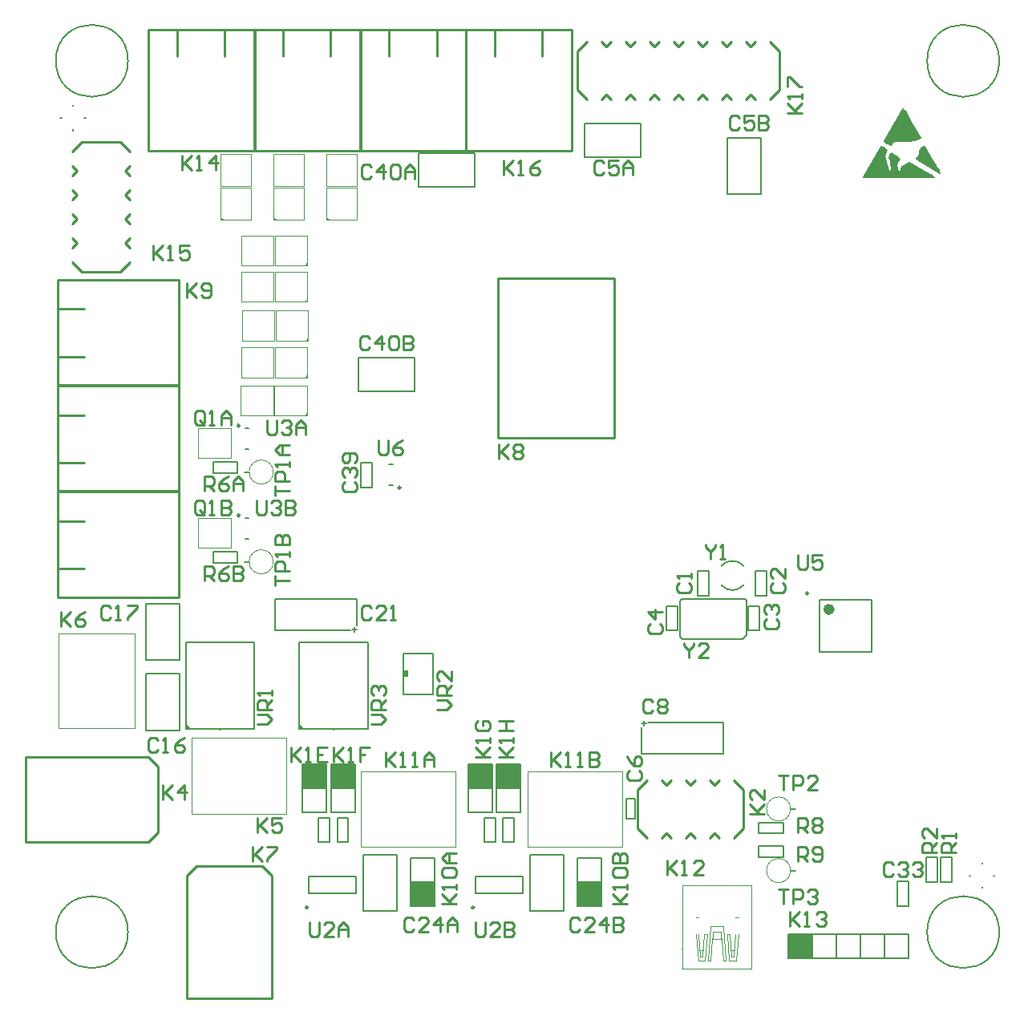
<source format=gto>
%FSLAX24Y24*%
%MOIN*%
G70*
G01*
G75*
%ADD10O,0.0709X0.0118*%
%ADD11O,0.0118X0.0709*%
%ADD12R,0.0571X0.0787*%
%ADD13R,0.0571X0.0354*%
%ADD14R,0.0315X0.0591*%
%ADD15R,0.0500X0.0360*%
%ADD16R,0.0360X0.0360*%
%ADD17R,0.0360X0.0500*%
%ADD18R,0.0360X0.0360*%
%ADD19R,0.0200X0.0500*%
%ADD20O,0.0394X0.1220*%
%ADD21R,0.0394X0.1220*%
%ADD22R,0.0200X0.0250*%
%ADD23R,0.0300X0.0300*%
%ADD24R,0.0236X0.0165*%
%ADD25R,0.0600X0.1000*%
%ADD26R,0.1000X0.0600*%
%ADD27R,0.0197X0.0906*%
%ADD28R,0.0787X0.0787*%
%ADD29R,0.0787X0.0984*%
%ADD30C,0.0500*%
%ADD31R,0.1181X0.0866*%
%ADD32R,0.0300X0.0300*%
%ADD33R,0.0866X0.1181*%
%ADD34O,0.0236X0.0866*%
%ADD35R,0.0590X0.0790*%
%ADD36R,0.1500X0.0790*%
%ADD37O,0.1220X0.0394*%
%ADD38R,0.1220X0.0394*%
%ADD39R,0.0787X0.0512*%
G04:AMPARAMS|DCode=40|XSize=78.7mil|YSize=51.2mil|CornerRadius=12.8mil|HoleSize=0mil|Usage=FLASHONLY|Rotation=180.000|XOffset=0mil|YOffset=0mil|HoleType=Round|Shape=RoundedRectangle|*
%AMROUNDEDRECTD40*
21,1,0.0787,0.0256,0,0,180.0*
21,1,0.0532,0.0512,0,0,180.0*
1,1,0.0256,-0.0266,0.0128*
1,1,0.0256,0.0266,0.0128*
1,1,0.0256,0.0266,-0.0128*
1,1,0.0256,-0.0266,-0.0128*
%
%ADD40ROUNDEDRECTD40*%
%ADD41C,0.0400*%
%ADD42C,0.0100*%
%ADD43C,0.0150*%
%ADD44C,0.0120*%
%ADD45C,0.0800*%
%ADD46C,0.1000*%
%ADD47C,0.0200*%
%ADD48C,0.0300*%
%ADD49C,0.0700*%
%ADD50C,0.0500*%
%ADD51C,0.0250*%
%ADD52C,0.0600*%
%ADD53R,0.4331X0.2953*%
%ADD54R,0.2362X0.2165*%
%ADD55R,0.3740X0.2953*%
%ADD56R,0.1378X0.0984*%
%ADD57R,0.5315X0.1378*%
%ADD58R,0.0591X0.0787*%
%ADD59R,0.0800X0.0800*%
%ADD60R,0.2510X0.3090*%
%ADD61R,0.0700X0.0700*%
%ADD62C,0.0700*%
%ADD63C,0.0591*%
%ADD64C,0.0900*%
%ADD65C,0.0354*%
%ADD66C,0.1000*%
%ADD67R,0.0700X0.0700*%
%ADD68C,0.0600*%
%ADD69C,0.2500*%
%ADD70C,0.0757*%
%ADD71C,0.0512*%
%ADD72C,0.0276*%
%ADD73R,0.0433X0.0492*%
%ADD74O,0.0800X0.0240*%
%ADD75R,0.0800X0.0240*%
%ADD76O,0.0240X0.0800*%
%ADD77R,0.0240X0.0800*%
%ADD78O,0.0827X0.0177*%
%ADD79O,0.0500X0.1000*%
%ADD80R,0.0500X0.1000*%
%ADD81O,0.1000X0.0500*%
%ADD82R,0.1000X0.0500*%
%ADD83R,0.0400X0.0500*%
%ADD84R,0.0500X0.0400*%
%ADD85R,0.0492X0.0433*%
%ADD86R,0.1280X0.1280*%
G04:AMPARAMS|DCode=87|XSize=9.8mil|YSize=35.4mil|CornerRadius=2.5mil|HoleSize=0mil|Usage=FLASHONLY|Rotation=0.000|XOffset=0mil|YOffset=0mil|HoleType=Round|Shape=RoundedRectangle|*
%AMROUNDEDRECTD87*
21,1,0.0098,0.0305,0,0,0.0*
21,1,0.0049,0.0354,0,0,0.0*
1,1,0.0049,0.0025,-0.0153*
1,1,0.0049,-0.0025,-0.0153*
1,1,0.0049,-0.0025,0.0153*
1,1,0.0049,0.0025,0.0153*
%
%ADD87ROUNDEDRECTD87*%
%ADD88R,0.0098X0.0354*%
%ADD89R,0.0354X0.0098*%
%ADD90R,0.0157X0.1575*%
%ADD91O,0.0157X0.1575*%
%ADD92R,0.0906X0.0906*%
%ADD93R,0.0906X0.0906*%
%ADD94R,0.0250X0.0200*%
%ADD95R,0.0157X0.0276*%
%ADD96O,0.0157X0.0276*%
%ADD97R,0.2362X0.3543*%
%ADD98R,0.5315X0.1575*%
%ADD99C,0.0040*%
%ADD100C,0.0098*%
%ADD101C,0.0236*%
%ADD102C,0.0050*%
%ADD103C,0.0079*%
%ADD104C,0.0060*%
%ADD105C,0.0080*%
%ADD106C,0.0059*%
%ADD107R,0.0197X0.0300*%
%ADD108R,0.0996X0.1000*%
%ADD109R,0.1000X0.0996*%
D42*
X18445Y28740D02*
X23287D01*
X18445Y22126D02*
X23287D01*
X18445D02*
Y28740D01*
X23287Y22126D02*
Y28740D01*
X8307Y34055D02*
Y39094D01*
X3937Y34055D02*
Y39094D01*
X5118Y37992D02*
Y39094D01*
X7087Y37992D02*
Y39094D01*
X3937D02*
X8307D01*
X3937Y34055D02*
X8307D01*
X8346D02*
X12717D01*
X8346Y39094D02*
X12717D01*
X11496Y37992D02*
Y39094D01*
X9528Y37992D02*
Y39094D01*
X8346Y34055D02*
Y39094D01*
X12717Y34055D02*
Y39094D01*
X17126Y34055D02*
Y39094D01*
X12756Y34055D02*
Y39094D01*
X13937Y37992D02*
Y39094D01*
X15906Y37992D02*
Y39094D01*
X12756D02*
X17126D01*
X12756Y34055D02*
X17126D01*
X12717D02*
Y39094D01*
X17126Y34055D02*
Y39094D01*
X18307Y37992D02*
Y39094D01*
X20276Y37992D02*
Y39094D01*
X17126D02*
X21496D01*
X17126Y34055D02*
X21496D01*
X21535D02*
Y39094D01*
X24253Y5893D02*
Y7493D01*
X27453Y7693D02*
X27653Y7893D01*
X27253D02*
X27453Y7693D01*
X28253Y7893D02*
X28453Y7693D01*
X28653Y7493D01*
X26253Y7893D02*
X26453Y7693D01*
X26653Y7893D01*
X25253D02*
X25453Y7693D01*
X25653Y7893D01*
X24453Y7693D02*
X24653Y7893D01*
X24253Y7493D02*
X24453Y7693D01*
X27453Y5693D02*
X27653Y5493D01*
X27253D02*
X27453Y5693D01*
X28253Y5493D02*
X28453Y5693D01*
X28653Y5893D02*
Y7493D01*
X28453Y5693D02*
X28653Y5893D01*
X26253Y5493D02*
X26453Y5693D01*
X26653Y5493D01*
X25253D02*
X25453Y5693D01*
X25653Y5493D01*
X24253Y5893D02*
X24653Y5493D01*
X3937Y8858D02*
X4331Y8465D01*
X3937Y5315D02*
X4331Y5709D01*
X-1181Y8858D02*
X3937D01*
X4331Y5709D02*
Y8465D01*
X-1181Y5315D02*
X3937D01*
X-1181D02*
Y8858D01*
X5512Y3937D02*
X5906Y4331D01*
X8661D02*
X9055Y3937D01*
X5512Y-1181D02*
Y3937D01*
X5906Y4331D02*
X8661D01*
X9055Y-1181D02*
Y3937D01*
X5512Y-1181D02*
X9055D01*
X29741Y38602D02*
X30141Y38202D01*
X28741Y38602D02*
X28941Y38402D01*
X29141Y38602D01*
X27741D02*
X27941Y38402D01*
X28141Y38602D01*
X26741D02*
X26941Y38402D01*
X27141Y38602D01*
X25741D02*
X25941Y38402D01*
X26141Y38602D01*
X24741D02*
X24941Y38402D01*
X25141Y38602D01*
X23741D02*
X23941Y38402D01*
X24141Y38602D01*
X21741Y38202D02*
X21941Y38402D01*
X21741Y36602D02*
Y38202D01*
X21941Y38402D02*
X22141Y38602D01*
X22941Y38402D02*
X23141Y38602D01*
X22741D02*
X22941Y38402D01*
X29941Y36402D02*
X30141Y36602D01*
X29741Y36202D02*
X29941Y36402D01*
X28741Y36202D02*
X28941Y36402D01*
X29141Y36202D01*
X27741D02*
X27941Y36402D01*
X28141Y36202D01*
X26741D02*
X26941Y36402D01*
X27141Y36202D01*
X25741D02*
X25941Y36402D01*
X26141Y36202D01*
X24741D02*
X24941Y36402D01*
X25141Y36202D01*
X23741D02*
X23941Y36402D01*
X24141Y36202D01*
X21741Y36602D02*
X21941Y36402D01*
X22141Y36202D01*
X22941Y36402D02*
X23141Y36202D01*
X22741D02*
X22941Y36402D01*
X30141Y36602D02*
Y38202D01*
X768Y34024D02*
X1169Y34424D01*
X768Y33024D02*
X969Y33224D01*
X768Y33424D02*
X969Y33224D01*
X768Y32024D02*
X969Y32224D01*
X768Y32424D02*
X969Y32224D01*
X768Y31024D02*
X969Y31224D01*
X768Y31424D02*
X969Y31224D01*
Y29224D02*
X1169Y29024D01*
X2768D01*
X768Y29424D02*
X969Y29224D01*
X768Y30424D02*
X969Y30224D01*
X768Y30024D02*
X969Y30224D01*
X2768Y34424D02*
X2968Y34224D01*
X3169Y34024D01*
X2968Y33224D02*
X3169Y33024D01*
X2968Y33224D02*
X3169Y33424D01*
X2968Y32224D02*
X3169Y32024D01*
X2968Y32224D02*
X3169Y32424D01*
X2968Y31224D02*
X3169Y31024D01*
X2968Y31224D02*
X3169Y31424D01*
X2768Y29024D02*
X2968Y29224D01*
X3169Y29424D01*
X2968Y30224D02*
X3169Y30424D01*
X2968Y30224D02*
X3169Y30024D01*
X1169Y34424D02*
X2768D01*
X150Y19874D02*
X5189D01*
X150Y15504D02*
X5189D01*
X150Y16685D02*
X1252D01*
X150Y18654D02*
X1252D01*
X150Y15504D02*
Y19874D01*
X5189Y15504D02*
Y19874D01*
Y19914D02*
Y24284D01*
X150Y19914D02*
Y24284D01*
Y23063D02*
X1252D01*
X150Y21095D02*
X1252D01*
X150Y19914D02*
X5189D01*
X150Y24284D02*
X5189D01*
X150Y28693D02*
X5189D01*
X150Y24323D02*
X5189D01*
X150Y25504D02*
X1252D01*
X150Y27473D02*
X1252D01*
X150Y24323D02*
Y28693D01*
X5189Y24323D02*
Y28693D01*
X150Y24284D02*
X5189D01*
X8417Y19536D02*
Y19036D01*
X8517Y18936D01*
X8717D01*
X8817Y19036D01*
Y19536D01*
X9017Y19436D02*
X9117Y19536D01*
X9317D01*
X9417Y19436D01*
Y19336D01*
X9317Y19236D01*
X9217D01*
X9317D01*
X9417Y19136D01*
Y19036D01*
X9317Y18936D01*
X9117D01*
X9017Y19036D01*
X9617Y19536D02*
Y18936D01*
X9917D01*
X10017Y19036D01*
Y19136D01*
X9917Y19236D01*
X9617D01*
X9917D01*
X10017Y19336D01*
Y19436D01*
X9917Y19536D01*
X9617D01*
X9195Y15984D02*
Y16383D01*
Y16184D01*
X9795D01*
Y16583D02*
X9195D01*
Y16883D01*
X9295Y16983D01*
X9495D01*
X9595Y16883D01*
Y16583D01*
X9795Y17183D02*
Y17383D01*
Y17283D01*
X9195D01*
X9295Y17183D01*
X9195Y17683D02*
X9795D01*
Y17983D01*
X9695Y18083D01*
X9595D01*
X9495Y17983D01*
Y17683D01*
Y17983D01*
X9395Y18083D01*
X9295D01*
X9195Y17983D01*
Y17683D01*
X6252Y16180D02*
Y16780D01*
X6552D01*
X6652Y16680D01*
Y16480D01*
X6552Y16380D01*
X6252D01*
X6452D02*
X6652Y16180D01*
X7252Y16780D02*
X7052Y16680D01*
X6852Y16480D01*
Y16280D01*
X6952Y16180D01*
X7152D01*
X7252Y16280D01*
Y16380D01*
X7152Y16480D01*
X6852D01*
X7452Y16780D02*
Y16180D01*
X7751D01*
X7851Y16280D01*
Y16380D01*
X7751Y16480D01*
X7452D01*
X7751D01*
X7851Y16580D01*
Y16680D01*
X7751Y16780D01*
X7452D01*
X6258Y19036D02*
Y19436D01*
X6158Y19536D01*
X5958D01*
X5858Y19436D01*
Y19036D01*
X5958Y18936D01*
X6158D01*
X6058Y19136D02*
X6258Y18936D01*
X6158D02*
X6258Y19036D01*
X6458Y18936D02*
X6658D01*
X6558D01*
Y19536D01*
X6458Y19436D01*
X6958Y19536D02*
Y18936D01*
X7258D01*
X7358Y19036D01*
Y19136D01*
X7258Y19236D01*
X6958D01*
X7258D01*
X7358Y19336D01*
Y19436D01*
X7258Y19536D01*
X6958D01*
X26200Y13600D02*
Y13500D01*
X26400Y13300D01*
X26600Y13500D01*
Y13600D01*
X26400Y13300D02*
Y13000D01*
X27200D02*
X26800D01*
X27200Y13400D01*
Y13500D01*
X27100Y13600D01*
X26900D01*
X26800Y13500D01*
X27080Y17700D02*
Y17600D01*
X27280Y17400D01*
X27480Y17600D01*
Y17700D01*
X27280Y17400D02*
Y17100D01*
X27680D02*
X27880D01*
X27780D01*
Y17700D01*
X27680Y17600D01*
X13180Y10236D02*
X13580D01*
X13780Y10436D01*
X13580Y10636D01*
X13180D01*
X13780Y10836D02*
X13180D01*
Y11136D01*
X13280Y11236D01*
X13480D01*
X13580Y11136D01*
Y10836D01*
Y11036D02*
X13780Y11236D01*
X13280Y11436D02*
X13180Y11536D01*
Y11736D01*
X13280Y11836D01*
X13380D01*
X13480Y11736D01*
Y11636D01*
Y11736D01*
X13580Y11836D01*
X13680D01*
X13780Y11736D01*
Y11536D01*
X13680Y11436D01*
X15936Y10827D02*
X16336D01*
X16535Y11027D01*
X16336Y11227D01*
X15936D01*
X16535Y11427D02*
X15936D01*
Y11726D01*
X16036Y11826D01*
X16236D01*
X16336Y11726D01*
Y11427D01*
Y11627D02*
X16535Y11826D01*
Y12426D02*
Y12026D01*
X16136Y12426D01*
X16036D01*
X15936Y12326D01*
Y12126D01*
X16036Y12026D01*
X8455Y10236D02*
X8855D01*
X9055Y10436D01*
X8855Y10636D01*
X8455D01*
X9055Y10836D02*
X8455D01*
Y11136D01*
X8555Y11236D01*
X8755D01*
X8855Y11136D01*
Y10836D01*
Y11036D02*
X9055Y11236D01*
Y11436D02*
Y11636D01*
Y11536D01*
X8455D01*
X8555Y11436D01*
X13492Y22031D02*
Y21532D01*
X13592Y21432D01*
X13792D01*
X13892Y21532D01*
Y22031D01*
X14492D02*
X14292Y21931D01*
X14092Y21731D01*
Y21532D01*
X14192Y21432D01*
X14392D01*
X14492Y21532D01*
Y21632D01*
X14392Y21731D01*
X14092D01*
X30935Y17265D02*
Y16765D01*
X31035Y16665D01*
X31235D01*
X31335Y16765D01*
Y17265D01*
X31935D02*
X31535D01*
Y16965D01*
X31735Y17065D01*
X31835D01*
X31935Y16965D01*
Y16765D01*
X31835Y16665D01*
X31635D01*
X31535Y16765D01*
X8858Y22844D02*
Y22344D01*
X8958Y22244D01*
X9158D01*
X9258Y22344D01*
Y22844D01*
X9458Y22744D02*
X9558Y22844D01*
X9758D01*
X9858Y22744D01*
Y22644D01*
X9758Y22544D01*
X9658D01*
X9758D01*
X9858Y22444D01*
Y22344D01*
X9758Y22244D01*
X9558D01*
X9458Y22344D01*
X10058Y22244D02*
Y22644D01*
X10258Y22844D01*
X10458Y22644D01*
Y22244D01*
Y22544D01*
X10058D01*
X30118Y3356D02*
X30518D01*
X30318D01*
Y2756D01*
X30718D02*
Y3356D01*
X31018D01*
X31118Y3256D01*
Y3056D01*
X31018Y2956D01*
X30718D01*
X31318Y3256D02*
X31418Y3356D01*
X31618D01*
X31718Y3256D01*
Y3156D01*
X31618Y3056D01*
X31518D01*
X31618D01*
X31718Y2956D01*
Y2856D01*
X31618Y2756D01*
X31418D01*
X31318Y2856D01*
X30118Y8080D02*
X30518D01*
X30318D01*
Y7480D01*
X30718D02*
Y8080D01*
X31018D01*
X31118Y7980D01*
Y7780D01*
X31018Y7680D01*
X30718D01*
X31718Y7480D02*
X31318D01*
X31718Y7880D01*
Y7980D01*
X31618Y8080D01*
X31418D01*
X31318Y7980D01*
X9195Y19714D02*
Y20114D01*
Y19914D01*
X9795D01*
Y20314D02*
X9195D01*
Y20614D01*
X9295Y20714D01*
X9495D01*
X9595Y20614D01*
Y20314D01*
X9795Y20914D02*
Y21114D01*
Y21014D01*
X9195D01*
X9295Y20914D01*
X9795Y21414D02*
X9395D01*
X9195Y21614D01*
X9395Y21814D01*
X9795D01*
X9495D01*
Y21414D01*
X30906Y4528D02*
Y5127D01*
X31205D01*
X31305Y5027D01*
Y4827D01*
X31205Y4727D01*
X30906D01*
X31105D02*
X31305Y4528D01*
X31505Y4628D02*
X31605Y4528D01*
X31805D01*
X31905Y4628D01*
Y5027D01*
X31805Y5127D01*
X31605D01*
X31505Y5027D01*
Y4927D01*
X31605Y4827D01*
X31905D01*
X30906Y5709D02*
Y6308D01*
X31205D01*
X31305Y6209D01*
Y6009D01*
X31205Y5909D01*
X30906D01*
X31105D02*
X31305Y5709D01*
X31505Y6209D02*
X31605Y6308D01*
X31805D01*
X31905Y6209D01*
Y6109D01*
X31805Y6009D01*
X31905Y5909D01*
Y5809D01*
X31805Y5709D01*
X31605D01*
X31505Y5809D01*
Y5909D01*
X31605Y6009D01*
X31505Y6109D01*
Y6209D01*
X31605Y6009D02*
X31805D01*
X6252Y19911D02*
Y20511D01*
X6552D01*
X6652Y20411D01*
Y20211D01*
X6552Y20111D01*
X6252D01*
X6452D02*
X6652Y19911D01*
X7252Y20511D02*
X7052Y20411D01*
X6852Y20211D01*
Y20011D01*
X6952Y19911D01*
X7152D01*
X7252Y20011D01*
Y20111D01*
X7152Y20211D01*
X6852D01*
X7452Y19911D02*
Y20311D01*
X7651Y20511D01*
X7851Y20311D01*
Y19911D01*
Y20211D01*
X7452D01*
X36700Y4900D02*
X36100D01*
Y5200D01*
X36200Y5300D01*
X36400D01*
X36500Y5200D01*
Y4900D01*
Y5100D02*
X36700Y5300D01*
Y5900D02*
Y5500D01*
X36300Y5900D01*
X36200D01*
X36100Y5800D01*
Y5600D01*
X36200Y5500D01*
X37500Y4900D02*
X36900D01*
Y5200D01*
X37000Y5300D01*
X37200D01*
X37300Y5200D01*
Y4900D01*
Y5100D02*
X37500Y5300D01*
Y5500D02*
Y5700D01*
Y5600D01*
X36900D01*
X37000Y5500D01*
X6258Y22767D02*
Y23167D01*
X6158Y23267D01*
X5958D01*
X5858Y23167D01*
Y22767D01*
X5958Y22667D01*
X6158D01*
X6058Y22867D02*
X6258Y22667D01*
X6158D02*
X6258Y22767D01*
X6458Y22667D02*
X6658D01*
X6558D01*
Y23267D01*
X6458Y23167D01*
X6958Y22667D02*
Y23067D01*
X7158Y23267D01*
X7358Y23067D01*
Y22667D01*
Y22967D01*
X6958D01*
X30503Y35630D02*
X31102D01*
X30902D01*
X30503Y36030D01*
X30802Y35730D01*
X31102Y36030D01*
Y36230D02*
Y36430D01*
Y36330D01*
X30503D01*
X30603Y36230D01*
X30503Y36730D02*
Y37129D01*
X30603D01*
X31002Y36730D01*
X31102D01*
X18701Y33671D02*
Y33071D01*
Y33271D01*
X19101Y33671D01*
X18801Y33371D01*
X19101Y33071D01*
X19301D02*
X19501D01*
X19401D01*
Y33671D01*
X19301Y33571D01*
X20200Y33671D02*
X20000Y33571D01*
X19800Y33371D01*
Y33171D01*
X19900Y33071D01*
X20100D01*
X20200Y33171D01*
Y33271D01*
X20100Y33371D01*
X19800D01*
X4134Y30127D02*
Y29528D01*
Y29727D01*
X4534Y30127D01*
X4234Y29827D01*
X4534Y29528D01*
X4734D02*
X4934D01*
X4834D01*
Y30127D01*
X4734Y30027D01*
X5633Y30127D02*
X5234D01*
Y29827D01*
X5433Y29927D01*
X5533D01*
X5633Y29827D01*
Y29628D01*
X5533Y29528D01*
X5333D01*
X5234Y29628D01*
X5315Y33868D02*
Y33268D01*
Y33468D01*
X5715Y33868D01*
X5415Y33568D01*
X5715Y33268D01*
X5915D02*
X6115D01*
X6015D01*
Y33868D01*
X5915Y33768D01*
X6715Y33268D02*
Y33868D01*
X6415Y33568D01*
X6814D01*
X30595Y2429D02*
Y1829D01*
Y2029D01*
X30995Y2429D01*
X30695Y2129D01*
X30995Y1829D01*
X31195D02*
X31395D01*
X31295D01*
Y2429D01*
X31195Y2329D01*
X31695D02*
X31795Y2429D01*
X31995D01*
X32095Y2329D01*
Y2229D01*
X31995Y2129D01*
X31895D01*
X31995D01*
X32095Y2029D01*
Y1929D01*
X31995Y1829D01*
X31795D01*
X31695Y1929D01*
X25478Y4539D02*
Y3939D01*
Y4139D01*
X25878Y4539D01*
X25578Y4239D01*
X25878Y3939D01*
X26078D02*
X26278D01*
X26178D01*
Y4539D01*
X26078Y4439D01*
X26977Y3939D02*
X26577D01*
X26977Y4339D01*
Y4439D01*
X26877Y4539D01*
X26677D01*
X26577Y4439D01*
X5512Y28553D02*
Y27953D01*
Y28153D01*
X5912Y28553D01*
X5612Y28253D01*
X5912Y27953D01*
X6112Y28053D02*
X6212Y27953D01*
X6412D01*
X6511Y28053D01*
Y28453D01*
X6412Y28553D01*
X6212D01*
X6112Y28453D01*
Y28353D01*
X6212Y28253D01*
X6511D01*
X18504Y21860D02*
Y21260D01*
Y21460D01*
X18904Y21860D01*
X18604Y21560D01*
X18904Y21260D01*
X19104Y21760D02*
X19204Y21860D01*
X19404D01*
X19504Y21760D01*
Y21660D01*
X19404Y21560D01*
X19504Y21460D01*
Y21360D01*
X19404Y21260D01*
X19204D01*
X19104Y21360D01*
Y21460D01*
X19204Y21560D01*
X19104Y21660D01*
Y21760D01*
X19204Y21560D02*
X19404D01*
X8268Y5127D02*
Y4528D01*
Y4727D01*
X8668Y5127D01*
X8368Y4827D01*
X8668Y4528D01*
X8868Y5127D02*
X9267D01*
Y5027D01*
X8868Y4628D01*
Y4528D01*
X279Y14900D02*
Y14300D01*
Y14500D01*
X679Y14900D01*
X379Y14600D01*
X679Y14300D01*
X1279Y14900D02*
X1079Y14800D01*
X879Y14600D01*
Y14400D01*
X979Y14300D01*
X1179D01*
X1279Y14400D01*
Y14500D01*
X1179Y14600D01*
X879D01*
X8465Y6308D02*
Y5709D01*
Y5909D01*
X8864Y6308D01*
X8565Y6009D01*
X8864Y5709D01*
X9464Y6308D02*
X9064D01*
Y6009D01*
X9264Y6109D01*
X9364D01*
X9464Y6009D01*
Y5809D01*
X9364Y5709D01*
X9164D01*
X9064Y5809D01*
X4528Y7686D02*
Y7087D01*
Y7287D01*
X4927Y7686D01*
X4628Y7387D01*
X4927Y7087D01*
X5427D02*
Y7686D01*
X5127Y7387D01*
X5527D01*
X28928Y6496D02*
X29528D01*
X29328D01*
X28928Y6896D01*
X29228Y6596D01*
X29528Y6896D01*
Y7496D02*
Y7096D01*
X29128Y7496D01*
X29028D01*
X28928Y7396D01*
Y7196D01*
X29028Y7096D01*
X13122Y26271D02*
X13022Y26371D01*
X12822D01*
X12722Y26271D01*
Y25872D01*
X12822Y25772D01*
X13022D01*
X13122Y25872D01*
X13622Y25772D02*
Y26371D01*
X13322Y26071D01*
X13722D01*
X13922Y26271D02*
X14022Y26371D01*
X14222D01*
X14322Y26271D01*
Y25872D01*
X14222Y25772D01*
X14022D01*
X13922Y25872D01*
Y26271D01*
X14521Y26371D02*
Y25772D01*
X14821D01*
X14921Y25872D01*
Y25972D01*
X14821Y26071D01*
X14521D01*
X14821D01*
X14921Y26171D01*
Y26271D01*
X14821Y26371D01*
X14521D01*
X13195Y33374D02*
X13095Y33474D01*
X12895D01*
X12795Y33374D01*
Y32974D01*
X12895Y32874D01*
X13095D01*
X13195Y32974D01*
X13695Y32874D02*
Y33474D01*
X13395Y33174D01*
X13795D01*
X13995Y33374D02*
X14095Y33474D01*
X14295D01*
X14395Y33374D01*
Y32974D01*
X14295Y32874D01*
X14095D01*
X13995Y32974D01*
Y33374D01*
X14595Y32874D02*
Y33274D01*
X14795Y33474D01*
X14995Y33274D01*
Y32874D01*
Y33174D01*
X14595D01*
X12099Y20282D02*
X11999Y20182D01*
Y19982D01*
X12099Y19882D01*
X12498D01*
X12598Y19982D01*
Y20182D01*
X12498Y20282D01*
X12099Y20482D02*
X11999Y20582D01*
Y20782D01*
X12099Y20882D01*
X12199D01*
X12299Y20782D01*
Y20682D01*
Y20782D01*
X12398Y20882D01*
X12498D01*
X12598Y20782D01*
Y20582D01*
X12498Y20482D01*
Y21082D02*
X12598Y21181D01*
Y21381D01*
X12498Y21481D01*
X12099D01*
X11999Y21381D01*
Y21181D01*
X12099Y21082D01*
X12199D01*
X12299Y21181D01*
Y21481D01*
X34900Y4400D02*
X34800Y4500D01*
X34600D01*
X34500Y4400D01*
Y4000D01*
X34600Y3900D01*
X34800D01*
X34900Y4000D01*
X35100Y4400D02*
X35200Y4500D01*
X35400D01*
X35500Y4400D01*
Y4300D01*
X35400Y4200D01*
X35300D01*
X35400D01*
X35500Y4100D01*
Y4000D01*
X35400Y3900D01*
X35200D01*
X35100Y4000D01*
X35700Y4400D02*
X35800Y4500D01*
X36000D01*
X36099Y4400D01*
Y4300D01*
X36000Y4200D01*
X35900D01*
X36000D01*
X36099Y4100D01*
Y4000D01*
X36000Y3900D01*
X35800D01*
X35700Y4000D01*
X13195Y15067D02*
X13095Y15167D01*
X12895D01*
X12795Y15067D01*
Y14667D01*
X12895Y14567D01*
X13095D01*
X13195Y14667D01*
X13795Y14567D02*
X13395D01*
X13795Y14967D01*
Y15067D01*
X13695Y15167D01*
X13495D01*
X13395Y15067D01*
X13995Y14567D02*
X14195D01*
X14095D01*
Y15167D01*
X13995Y15067D01*
X2368D02*
X2268Y15167D01*
X2068D01*
X1969Y15067D01*
Y14667D01*
X2068Y14567D01*
X2268D01*
X2368Y14667D01*
X2568Y14567D02*
X2768D01*
X2668D01*
Y15167D01*
X2568Y15067D01*
X3068Y15167D02*
X3468D01*
Y15067D01*
X3068Y14667D01*
Y14567D01*
X4337Y9555D02*
X4237Y9655D01*
X4037D01*
X3937Y9555D01*
Y9155D01*
X4037Y9055D01*
X4237D01*
X4337Y9155D01*
X4537Y9055D02*
X4737D01*
X4637D01*
Y9655D01*
X4537Y9555D01*
X5437Y9655D02*
X5237Y9555D01*
X5037Y9355D01*
Y9155D01*
X5137Y9055D01*
X5337D01*
X5437Y9155D01*
Y9255D01*
X5337Y9355D01*
X5037D01*
X24885Y11171D02*
X24785Y11271D01*
X24585D01*
X24485Y11171D01*
Y10772D01*
X24585Y10672D01*
X24785D01*
X24885Y10772D01*
X25084Y11171D02*
X25184Y11271D01*
X25384D01*
X25484Y11171D01*
Y11071D01*
X25384Y10971D01*
X25484Y10872D01*
Y10772D01*
X25384Y10672D01*
X25184D01*
X25084Y10772D01*
Y10872D01*
X25184Y10971D01*
X25084Y11071D01*
Y11171D01*
X25184Y10971D02*
X25384D01*
X23910Y8274D02*
X23810Y8174D01*
Y7974D01*
X23910Y7874D01*
X24309D01*
X24409Y7974D01*
Y8174D01*
X24309Y8274D01*
X23810Y8874D02*
X23910Y8674D01*
X24110Y8474D01*
X24309D01*
X24409Y8574D01*
Y8774D01*
X24309Y8874D01*
X24210D01*
X24110Y8774D01*
Y8474D01*
X28472Y35421D02*
X28372Y35521D01*
X28172D01*
X28072Y35421D01*
Y35022D01*
X28172Y34922D01*
X28372D01*
X28472Y35022D01*
X29072Y35521D02*
X28672D01*
Y35221D01*
X28872Y35321D01*
X28972D01*
X29072Y35221D01*
Y35022D01*
X28972Y34922D01*
X28772D01*
X28672Y35022D01*
X29272Y35521D02*
Y34922D01*
X29572D01*
X29672Y35022D01*
Y35122D01*
X29572Y35221D01*
X29272D01*
X29572D01*
X29672Y35321D01*
Y35421D01*
X29572Y35521D01*
X29272D01*
X22841Y33571D02*
X22741Y33671D01*
X22541D01*
X22441Y33571D01*
Y33171D01*
X22541Y33071D01*
X22741D01*
X22841Y33171D01*
X23441Y33671D02*
X23041D01*
Y33371D01*
X23241Y33471D01*
X23341D01*
X23441Y33371D01*
Y33171D01*
X23341Y33071D01*
X23141D01*
X23041Y33171D01*
X23641Y33071D02*
Y33471D01*
X23840Y33671D01*
X24040Y33471D01*
Y33071D01*
Y33371D01*
X23641D01*
X24800Y14400D02*
X24700Y14300D01*
Y14100D01*
X24800Y14000D01*
X25200D01*
X25300Y14100D01*
Y14300D01*
X25200Y14400D01*
X25300Y14900D02*
X24700D01*
X25000Y14600D01*
Y15000D01*
X29610Y14601D02*
X29510Y14501D01*
Y14302D01*
X29610Y14202D01*
X30010D01*
X30110Y14302D01*
Y14501D01*
X30010Y14601D01*
X29610Y14801D02*
X29510Y14901D01*
Y15101D01*
X29610Y15201D01*
X29710D01*
X29810Y15101D01*
Y15001D01*
Y15101D01*
X29910Y15201D01*
X30010D01*
X30110Y15101D01*
Y14901D01*
X30010Y14801D01*
X29900Y16100D02*
X29800Y16000D01*
Y15800D01*
X29900Y15700D01*
X30300D01*
X30400Y15800D01*
Y16000D01*
X30300Y16100D01*
X30400Y16700D02*
Y16300D01*
X30000Y16700D01*
X29900D01*
X29800Y16600D01*
Y16400D01*
X29900Y16300D01*
X26000Y16100D02*
X25900Y16000D01*
Y15800D01*
X26000Y15700D01*
X26400D01*
X26500Y15800D01*
Y16000D01*
X26400Y16100D01*
X26500Y16300D02*
Y16500D01*
Y16400D01*
X25900D01*
X26000Y16300D01*
X14967Y2075D02*
X14867Y2175D01*
X14667D01*
X14567Y2075D01*
Y1675D01*
X14667Y1575D01*
X14867D01*
X14967Y1675D01*
X15567Y1575D02*
X15167D01*
X15567Y1975D01*
Y2075D01*
X15467Y2175D01*
X15267D01*
X15167Y2075D01*
X16066Y1575D02*
Y2175D01*
X15767Y1875D01*
X16166D01*
X16366Y1575D02*
Y1975D01*
X16566Y2175D01*
X16766Y1975D01*
Y1575D01*
Y1875D01*
X16366D01*
X21857Y2075D02*
X21757Y2175D01*
X21557D01*
X21457Y2075D01*
Y1675D01*
X21557Y1575D01*
X21757D01*
X21857Y1675D01*
X22456Y1575D02*
X22057D01*
X22456Y1975D01*
Y2075D01*
X22356Y2175D01*
X22156D01*
X22057Y2075D01*
X22956Y1575D02*
Y2175D01*
X22656Y1875D01*
X23056D01*
X23256Y2175D02*
Y1575D01*
X23556D01*
X23656Y1675D01*
Y1775D01*
X23556Y1875D01*
X23256D01*
X23556D01*
X23656Y1975D01*
Y2075D01*
X23556Y2175D01*
X23256D01*
X9843Y9261D02*
Y8661D01*
Y8861D01*
X10242Y9261D01*
X9942Y8961D01*
X10242Y8661D01*
X10442D02*
X10642D01*
X10542D01*
Y9261D01*
X10442Y9161D01*
X11342Y9261D02*
X10942D01*
Y8661D01*
X11342D01*
X10942Y8961D02*
X11142D01*
X11614Y9261D02*
Y8661D01*
Y8861D01*
X12014Y9261D01*
X11714Y8961D01*
X12014Y8661D01*
X12214D02*
X12414D01*
X12314D01*
Y9261D01*
X12214Y9161D01*
X13114Y9261D02*
X12714D01*
Y8961D01*
X12914D01*
X12714D01*
Y8661D01*
X17510Y8858D02*
X18110D01*
X17910D01*
X17510Y9258D01*
X17810Y8958D01*
X18110Y9258D01*
Y9458D02*
Y9658D01*
Y9558D01*
X17510D01*
X17610Y9458D01*
Y10358D02*
X17510Y10258D01*
Y10058D01*
X17610Y9958D01*
X18010D01*
X18110Y10058D01*
Y10258D01*
X18010Y10358D01*
X17810D01*
Y10158D01*
X18495Y8858D02*
X19094D01*
X18895D01*
X18495Y9258D01*
X18795Y8958D01*
X19094Y9258D01*
Y9458D02*
Y9658D01*
Y9558D01*
X18495D01*
X18595Y9458D01*
X18495Y9958D02*
X19094D01*
X18795D01*
Y10358D01*
X18495D01*
X19094D01*
X16132Y2756D02*
X16732D01*
X16532D01*
X16132Y3156D01*
X16432Y2856D01*
X16732Y3156D01*
Y3356D02*
Y3556D01*
Y3456D01*
X16132D01*
X16232Y3356D01*
Y3856D02*
X16132Y3956D01*
Y4155D01*
X16232Y4255D01*
X16632D01*
X16732Y4155D01*
Y3956D01*
X16632Y3856D01*
X16232D01*
X16732Y4455D02*
X16332D01*
X16132Y4655D01*
X16332Y4855D01*
X16732D01*
X16432D01*
Y4455D01*
X23219Y2756D02*
X23819D01*
X23619D01*
X23219Y3156D01*
X23519Y2856D01*
X23819Y3156D01*
Y3356D02*
Y3556D01*
Y3456D01*
X23219D01*
X23319Y3356D01*
Y3856D02*
X23219Y3956D01*
Y4155D01*
X23319Y4255D01*
X23719D01*
X23819Y4155D01*
Y3956D01*
X23719Y3856D01*
X23319D01*
X23219Y4455D02*
X23819D01*
Y4755D01*
X23719Y4855D01*
X23619D01*
X23519Y4755D01*
Y4455D01*
Y4755D01*
X23419Y4855D01*
X23319D01*
X23219Y4755D01*
Y4455D01*
X13780Y9064D02*
Y8465D01*
Y8665D01*
X14179Y9064D01*
X13879Y8764D01*
X14179Y8465D01*
X14379D02*
X14579D01*
X14479D01*
Y9064D01*
X14379Y8964D01*
X14879Y8465D02*
X15079D01*
X14979D01*
Y9064D01*
X14879Y8964D01*
X15379Y8465D02*
Y8864D01*
X15579Y9064D01*
X15779Y8864D01*
Y8465D01*
Y8764D01*
X15379D01*
X20669Y9064D02*
Y8465D01*
Y8665D01*
X21069Y9064D01*
X20769Y8764D01*
X21069Y8465D01*
X21269D02*
X21469D01*
X21369D01*
Y9064D01*
X21269Y8964D01*
X21769Y8465D02*
X21969D01*
X21869D01*
Y9064D01*
X21769Y8964D01*
X22269Y9064D02*
Y8465D01*
X22569D01*
X22669Y8565D01*
Y8665D01*
X22569Y8764D01*
X22269D01*
X22569D01*
X22669Y8864D01*
Y8964D01*
X22569Y9064D01*
X22269D01*
X10630Y1978D02*
Y1478D01*
X10730Y1378D01*
X10930D01*
X11030Y1478D01*
Y1978D01*
X11630Y1378D02*
X11230D01*
X11630Y1778D01*
Y1878D01*
X11530Y1978D01*
X11330D01*
X11230Y1878D01*
X11830Y1378D02*
Y1778D01*
X12029Y1978D01*
X12229Y1778D01*
Y1378D01*
Y1678D01*
X11830D01*
X17520Y1978D02*
Y1478D01*
X17620Y1378D01*
X17820D01*
X17920Y1478D01*
Y1978D01*
X18519Y1378D02*
X18119D01*
X18519Y1778D01*
Y1878D01*
X18419Y1978D01*
X18219D01*
X18119Y1878D01*
X18719Y1978D02*
Y1378D01*
X19019D01*
X19119Y1478D01*
Y1578D01*
X19019Y1678D01*
X18719D01*
X19019D01*
X19119Y1778D01*
Y1878D01*
X19019Y1978D01*
X18719D01*
D43*
X36215Y33068D02*
X36425Y33018D01*
X36555Y33408D02*
X36715Y33268D01*
D51*
X34945Y34568D02*
X35845Y34618D01*
X34765Y34448D02*
X34945Y34568D01*
X34665Y34458D02*
X34765Y34448D01*
X34665Y34458D02*
X35305Y35618D01*
X35785Y34698D01*
X34965Y34738D02*
X35785Y34698D01*
X34965Y34738D02*
X35285Y35248D01*
X35525Y34888D01*
X35255Y34918D02*
X35525Y34888D01*
X36015Y33718D02*
X36145Y34088D01*
X36015Y33718D02*
X36555Y33408D01*
X36185Y33938D02*
X36555Y33408D01*
X35565D02*
X36215Y33068D01*
X35385Y33318D02*
X35565Y33408D01*
X35315Y33158D02*
X35385Y33318D01*
X35075Y33068D02*
X35315Y33158D01*
X34935D02*
X35075Y33068D01*
X34925Y33608D02*
X34935Y33158D01*
X34845Y33788D02*
X34925Y33608D01*
X34845Y33788D02*
X34995Y33718D01*
X34595Y33088D02*
X34885D01*
X34425Y33868D02*
X34595Y33088D01*
X34425Y33868D02*
X34495Y34008D01*
X34465Y34078D02*
X34495Y34008D01*
X33845Y33068D02*
X34465Y34078D01*
X33845Y33068D02*
X34415D01*
X34335Y33538D02*
X34415Y33068D01*
X34145Y33208D02*
X34335Y33538D01*
X35195Y33068D02*
X35985Y33078D01*
X35525Y33218D02*
X35985Y33078D01*
D99*
X30618Y6693D02*
G03*
X30618Y6693I-500J0D01*
G01*
Y4134D02*
G03*
X30618Y4134I-500J0D01*
G01*
X9114Y16968D02*
G03*
X9114Y16968I-500J0D01*
G01*
Y20699D02*
G03*
X9114Y20699I-500J0D01*
G01*
X9119Y23177D02*
Y23187D01*
X8959Y23047D02*
X8979D01*
X8969D02*
X9119D01*
Y23147D01*
X7769Y23047D02*
Y24297D01*
Y23047D02*
X9119D01*
Y24297D01*
X7769D02*
X9119D01*
X10479Y23137D02*
X10519Y23177D01*
Y23187D01*
X10459Y23047D02*
X10519Y23107D01*
X10369Y23047D02*
X10519D01*
Y23147D01*
X10419Y23047D02*
X10519Y23147D01*
X9169Y23047D02*
Y24297D01*
Y23047D02*
X10519D01*
Y24297D01*
X9169D02*
X10519D01*
X9124Y24755D02*
Y24765D01*
X8964Y24625D02*
X8984D01*
X8974D02*
X9124D01*
Y24725D01*
X7774Y24625D02*
Y25875D01*
Y24625D02*
X9124D01*
Y25875D01*
X7774D02*
X9124D01*
X10484Y24715D02*
X10524Y24755D01*
Y24765D01*
X10464Y24625D02*
X10524Y24685D01*
X10374Y24625D02*
X10524D01*
Y24725D01*
X10424Y24625D02*
X10524Y24725D01*
X9174Y24625D02*
Y25875D01*
Y24625D02*
X10524D01*
Y25875D01*
X9174D02*
X10524D01*
X9157Y26290D02*
Y26300D01*
X8997Y26160D02*
X9017D01*
X9007D02*
X9157D01*
Y26260D01*
X7807Y26160D02*
Y27410D01*
Y26160D02*
X9157D01*
Y27410D01*
X7807D02*
X9157D01*
X10517Y26250D02*
X10557Y26290D01*
Y26300D01*
X10497Y26160D02*
X10557Y26220D01*
X10407Y26160D02*
X10557D01*
Y26260D01*
X10457Y26160D02*
X10557Y26260D01*
X9207Y26160D02*
Y27410D01*
Y26160D02*
X10557D01*
Y27410D01*
X9207D02*
X10557D01*
X9132Y27902D02*
Y27912D01*
X8972Y27772D02*
X8992D01*
X8982D02*
X9132D01*
Y27872D01*
X7782Y27772D02*
Y29022D01*
Y27772D02*
X9132D01*
Y29022D01*
X7782D02*
X9132D01*
X10492Y27862D02*
X10532Y27902D01*
Y27912D01*
X10472Y27772D02*
X10532Y27832D01*
X10382Y27772D02*
X10532D01*
Y27872D01*
X10432Y27772D02*
X10532Y27872D01*
X9182Y27772D02*
Y29022D01*
Y27772D02*
X10532D01*
Y29022D01*
X9182D02*
X10532D01*
X9124Y29405D02*
Y29415D01*
X8964Y29275D02*
X8984D01*
X8974D02*
X9124D01*
Y29375D01*
X7774Y29275D02*
Y30525D01*
Y29275D02*
X9124D01*
Y30525D01*
X7774D02*
X9124D01*
X10484Y29365D02*
X10524Y29405D01*
Y29415D01*
X10464Y29275D02*
X10524Y29335D01*
X10374Y29275D02*
X10524D01*
Y29375D01*
X10424Y29275D02*
X10524Y29375D01*
X9174Y29275D02*
Y30525D01*
Y29275D02*
X10524D01*
Y30525D01*
X9174D02*
X10524D01*
X7055Y32576D02*
X7065D01*
X6925Y32716D02*
Y32736D01*
Y32576D02*
Y32726D01*
Y32576D02*
X7025D01*
X6925Y33926D02*
X8175D01*
X6925Y32576D02*
Y33926D01*
Y32576D02*
X8175D01*
Y33926D01*
X7015Y31216D02*
X7055Y31176D01*
X7065D01*
X6925Y31236D02*
X6985Y31176D01*
X6925D02*
Y31326D01*
Y31176D02*
X7025D01*
X6925Y31276D02*
X7025Y31176D01*
X6925Y32526D02*
X8175D01*
X6925Y31176D02*
Y32526D01*
Y31176D02*
X8175D01*
Y32526D01*
X9255Y32576D02*
X9265D01*
X9125Y32716D02*
Y32736D01*
Y32576D02*
Y32726D01*
Y32576D02*
X9225D01*
X9125Y33926D02*
X10375D01*
X9125Y32576D02*
Y33926D01*
Y32576D02*
X10375D01*
Y33926D01*
X9215Y31216D02*
X9255Y31176D01*
X9265D01*
X9125Y31236D02*
X9185Y31176D01*
X9125D02*
Y31326D01*
Y31176D02*
X9225D01*
X9125Y31276D02*
X9225Y31176D01*
X9125Y32526D02*
X10375D01*
X9125Y31176D02*
Y32526D01*
Y31176D02*
X10375D01*
Y32526D01*
X11455Y32576D02*
X11465D01*
X11325Y32716D02*
Y32736D01*
Y32576D02*
Y32726D01*
Y32576D02*
X11425D01*
X11325Y33926D02*
X12575D01*
X11325Y32576D02*
Y33926D01*
Y32576D02*
X12575D01*
Y33926D01*
X11415Y31216D02*
X11455Y31176D01*
X11465D01*
X11325Y31236D02*
X11385Y31176D01*
X11325D02*
Y31326D01*
Y31176D02*
X11425D01*
X11325Y31276D02*
X11425Y31176D01*
X11325Y32526D02*
X12575D01*
X11325Y31176D02*
Y32526D01*
Y31176D02*
X12575D01*
Y32526D01*
X6003Y17543D02*
X7353D01*
X6003D02*
Y18793D01*
X7353D01*
Y17543D02*
Y18793D01*
X6003Y18693D02*
Y18793D01*
X6153D01*
X6143D02*
X6163D01*
X6003Y18653D02*
Y18663D01*
Y21274D02*
X7353D01*
X6003D02*
Y22524D01*
X7353D01*
Y21274D02*
Y22524D01*
X6003Y22424D02*
Y22524D01*
X6153D01*
X6143D02*
X6163D01*
X6003Y22384D02*
Y22394D01*
X26112Y3507D02*
X28996D01*
X26102Y59D02*
X28996D01*
X26112D02*
Y3507D01*
X26102Y900D02*
X26112Y909D01*
X26673Y1483D02*
X26772Y400D01*
X27047Y400D01*
Y400D02*
X27146Y1483D01*
X26673Y2191D02*
X26781D01*
Y1483D02*
X26860Y567D01*
X26949D01*
X26959Y567D02*
X27037Y1483D01*
X26850Y823D02*
X26959D01*
X27037Y1483D02*
X27146D01*
X28346Y400D02*
X28445Y1483D01*
X28071Y400D02*
X28346D01*
X27972Y1483D02*
X28071Y400D01*
X28337Y2191D02*
X28445D01*
X28258Y567D02*
X28337Y1483D01*
X28169Y567D02*
X28258D01*
X28081Y1483D02*
X28159Y567D01*
Y823D02*
X28268D01*
X27972Y1483D02*
X28081D01*
X27185Y390D02*
X27293Y1817D01*
X27559D01*
X27185Y390D02*
X27283D01*
Y390D02*
X27352Y1276D01*
X27402Y1355D01*
Y1581D01*
X27559D01*
X27352Y1276D02*
X27559D01*
X27825Y1817D02*
X27933Y390D01*
X27559Y1817D02*
X27825D01*
X27835Y390D02*
X27933D01*
X27766Y1276D02*
X27835Y390D01*
X27717Y1355D02*
X27766Y1276D01*
X27717Y1355D02*
Y1581D01*
X27559D02*
X27717D01*
X27559Y1276D02*
X27766D01*
X28996Y59D02*
Y3507D01*
X197Y10039D02*
X3346D01*
X197Y13976D02*
X3346D01*
X197Y10039D02*
Y13976D01*
X3346Y10039D02*
Y13976D01*
X12764Y5118D02*
X16701D01*
X12764Y8268D02*
X16701D01*
Y5118D02*
Y8268D01*
X12764Y5118D02*
Y8268D01*
X19685Y5118D02*
X23622D01*
X19685Y8268D02*
X23622D01*
Y5118D02*
Y8268D01*
X19685Y5118D02*
Y8268D01*
X9646Y6496D02*
Y9646D01*
X5709Y6496D02*
Y9646D01*
Y6496D02*
X9646D01*
X5709Y9646D02*
X9646D01*
D100*
X7718Y18897D02*
G03*
X7718Y18897I-49J0D01*
G01*
Y22628D02*
G03*
X7718Y22628I-49J0D01*
G01*
X31355Y15658D02*
G03*
X31355Y15658I-49J0D01*
G01*
X14404Y20049D02*
G03*
X14404Y20049I-49J0D01*
G01*
X10547Y2598D02*
G03*
X10547Y2598I-49J0D01*
G01*
X17469Y2598D02*
G03*
X17469Y2598I-49J0D01*
G01*
D101*
X32329Y14989D02*
G03*
X32329Y14989I-118J0D01*
G01*
D102*
X39295Y37795D02*
G03*
X39295Y37795I-1500J0D01*
G01*
Y1575D02*
G03*
X39295Y1575I-1500J0D01*
G01*
X3075Y37795D02*
G03*
X3075Y37795I-1500J0D01*
G01*
Y1575D02*
G03*
X3075Y1575I-1500J0D01*
G01*
X15764Y11462D02*
Y13162D01*
X14514Y11462D02*
X15764D01*
X14514D02*
Y13162D01*
X15764D01*
X14514Y11462D02*
X14614D01*
X14514D02*
Y11612D01*
Y11602D02*
Y11622D01*
X14644Y11462D02*
X14654D01*
X23776Y6286D02*
X24156D01*
X23776D02*
Y7106D01*
X24156D01*
Y6286D02*
Y7106D01*
X29298Y5151D02*
X30308D01*
X29298Y4691D02*
X30308D01*
Y5151D01*
X29298Y4691D02*
Y5151D01*
Y6136D02*
X30308D01*
X29298Y5676D02*
X30308D01*
Y6136D01*
X29298Y5676D02*
Y6136D01*
X6612Y17395D02*
X7622D01*
X6612Y16935D02*
X7622D01*
Y17395D01*
X6612Y16935D02*
Y17395D01*
Y21126D02*
X7622D01*
X6612Y20666D02*
X7622D01*
Y21126D01*
X6612Y20666D02*
Y21126D01*
X12650Y24050D02*
Y25450D01*
X15000Y24050D02*
Y25450D01*
X12650Y24050D02*
X15000D01*
X12650Y25450D02*
X15000D01*
X28000Y34600D02*
X29400D01*
X28000Y32250D02*
X29400D01*
X28000D02*
Y34600D01*
X29400Y32250D02*
Y34600D01*
X27826Y8996D02*
Y10296D01*
X24426Y8996D02*
X27826D01*
X24426D02*
Y10076D01*
X24676Y10296D02*
X27826D01*
X24506Y10143D02*
Y10343D01*
X24406Y10243D02*
X24606D01*
X10990Y6332D02*
X11450D01*
X10990Y5322D02*
X11450D01*
X10990D02*
Y6332D01*
X11450Y5322D02*
Y6332D01*
X11778D02*
X12238D01*
X11778Y5322D02*
X12238D01*
X11778D02*
Y6332D01*
X12238Y5322D02*
Y6332D01*
X17880D02*
X18340D01*
X17880Y5322D02*
X18340D01*
X17880D02*
Y6332D01*
X18340Y5322D02*
Y6332D01*
X18668D02*
X19128D01*
X18668Y5322D02*
X19128D01*
X18668D02*
Y6332D01*
X19128Y5322D02*
Y6332D01*
X21172Y2453D02*
Y4803D01*
X19772Y2453D02*
Y4803D01*
Y2453D02*
X21172D01*
X19772Y4803D02*
X21172D01*
X14251Y2453D02*
Y4803D01*
X12851Y2453D02*
Y4803D01*
Y2453D02*
X14251D01*
X12851Y4803D02*
X14251D01*
X3828Y15236D02*
X5228D01*
X3828Y12886D02*
X5228D01*
X3828D02*
Y15236D01*
X5228Y12886D02*
Y15236D01*
X3828Y9961D02*
X5228D01*
X3828Y12311D02*
X5228D01*
Y9961D02*
Y12311D01*
X3828Y9961D02*
Y12311D01*
X8320Y10014D02*
Y13614D01*
X6890D02*
X8320D01*
X6900Y10014D02*
X8320D01*
X6900Y10004D02*
Y10014D01*
X5480D02*
Y13614D01*
X6910D01*
X5480Y10014D02*
X6900D01*
Y10004D02*
Y10014D01*
X5480Y10184D02*
X5640Y10024D01*
X5600D02*
X5640D01*
X5590D02*
X5600D01*
X5480Y10134D02*
X5590Y10024D01*
X5480Y10084D02*
Y10134D01*
Y10084D02*
X5540Y10024D01*
X5550D01*
X13044Y10014D02*
Y13614D01*
X11614D02*
X13044D01*
X11624Y10014D02*
X13044D01*
X11624Y10004D02*
Y10014D01*
X10204D02*
Y13614D01*
X11634D01*
X10204Y10014D02*
X11624D01*
Y10004D02*
Y10014D01*
X10204Y10184D02*
X10364Y10024D01*
X10324D02*
X10364D01*
X10314D02*
X10324D01*
X10204Y10134D02*
X10314Y10024D01*
X10204Y10084D02*
Y10134D01*
Y10084D02*
X10264Y10024D01*
X10274D01*
X9182Y14114D02*
Y15414D01*
X12582D01*
Y14334D02*
Y15414D01*
X9182Y14114D02*
X12332D01*
X12502Y14066D02*
Y14266D01*
X12402Y14166D02*
X12602D01*
X15150Y32550D02*
Y33950D01*
X17500Y32550D02*
Y33950D01*
X15150Y32550D02*
X17500D01*
X15150Y33950D02*
X17500D01*
X24400Y33800D02*
Y35200D01*
X22050Y33800D02*
Y35200D01*
X24400D01*
X22050Y33800D02*
X24400D01*
X12770Y20070D02*
Y21080D01*
X13230Y20070D02*
Y21080D01*
X12770D02*
X13230D01*
X12770Y20070D02*
X13230D01*
X36870Y3670D02*
Y4680D01*
X37330Y3670D02*
Y4680D01*
X36870D02*
X37330D01*
X36870Y3670D02*
X37330D01*
X36270D02*
Y4680D01*
X36730Y3670D02*
Y4680D01*
X36270D02*
X36730D01*
X36270Y3670D02*
X36730D01*
X35070Y2670D02*
Y3680D01*
X35530Y2670D02*
Y3680D01*
X35070D02*
X35530D01*
X35070Y2670D02*
X35530D01*
X28870Y15130D02*
X29330D01*
X28870Y14120D02*
X29330D01*
X28870D02*
Y15130D01*
X29330Y14120D02*
Y15130D01*
X25470D02*
X25930D01*
X25470Y14120D02*
X25930D01*
X25470D02*
Y15130D01*
X25930Y14120D02*
Y15130D01*
X26770Y15570D02*
X27230D01*
X26770Y16580D02*
X27230D01*
Y15570D02*
Y16580D01*
X26770Y15570D02*
Y16580D01*
X29170Y15570D02*
X29630D01*
X29170Y16580D02*
X29630D01*
Y15570D02*
Y16580D01*
X29170Y15570D02*
Y16580D01*
D103*
X27745Y15998D02*
G03*
X28668Y16004I459J402D01*
G01*
X28664Y16796D02*
G03*
X27741Y16802I-464J-396D01*
G01*
X7945Y18779D02*
X8102D01*
X7945Y17913D02*
X8102D01*
X7945Y22510D02*
X8102D01*
X7945Y21644D02*
X8102D01*
X31817Y13217D02*
X33983D01*
X31817Y15383D02*
X33983D01*
Y13217D02*
Y15383D01*
X31817Y13217D02*
Y15383D01*
X13921Y20167D02*
X14079D01*
X13921Y21033D02*
X14079D01*
X10598Y3189D02*
X12567D01*
X10598Y3898D02*
X12567D01*
X10598Y3189D02*
Y3898D01*
X12567Y3189D02*
Y3898D01*
X17520Y3189D02*
X19488D01*
X17520Y3898D02*
X19488D01*
X17520Y3189D02*
Y3898D01*
X19488Y3189D02*
Y3898D01*
D104*
X30618Y6693D02*
X30818D01*
X30618Y4134D02*
X30818D01*
X7914Y16968D02*
X8114D01*
X7914Y20699D02*
X8114D01*
X257Y35433D02*
X307D01*
X787Y34903D02*
Y34953D01*
X1257Y35433D02*
X1307D01*
X787Y35913D02*
Y35963D01*
X38053Y3937D02*
X38103D01*
X38583Y3407D02*
Y3457D01*
X39053Y3937D02*
X39103D01*
X38583Y4417D02*
Y4467D01*
D105*
X30533Y1488D02*
X30533Y488D01*
X30533Y1488D02*
X35533Y1488D01*
X33533Y488D02*
Y1488D01*
X30533Y488D02*
X35533Y488D01*
X34533Y488D02*
Y1488D01*
X35533Y488D02*
Y1488D01*
X32533Y488D02*
Y1488D01*
X31533Y488D02*
Y1488D01*
X35300Y35800D02*
X36005Y34578D01*
X35875Y34508D02*
X36005Y34578D01*
X35585Y34458D02*
X35875Y34508D01*
X34945Y34448D02*
X35585Y34458D01*
X34855Y34378D02*
X34945Y34448D01*
X34775Y34298D02*
X34855Y34378D01*
X34515Y34448D02*
X34775Y34298D01*
X34515Y34448D02*
X35300Y35800D01*
X36085Y34198D02*
X36185Y34238D01*
X35995Y34068D02*
X36085Y34198D01*
X35975Y33958D02*
X35995Y34068D01*
X35955Y33818D02*
X35975Y33958D01*
X35845Y33708D02*
X35955Y33818D01*
X35845Y33708D02*
X36835Y33138D01*
X36185Y34238D02*
X36835Y33138D01*
X34395Y34238D02*
X34635Y34078D01*
X34555Y33928D02*
X34635Y34078D01*
X34535Y33838D02*
X34555Y33928D01*
X34535Y33838D02*
X34685Y33228D01*
X34745Y33198D01*
X34795Y33218D01*
X34845Y33288D01*
X34795Y33498D02*
X34845Y33288D01*
X34785Y33628D02*
X34795Y33498D01*
X34725Y33758D02*
X34785Y33628D01*
X34725Y33758D02*
X34795Y33958D01*
X35165Y33738D01*
X35075Y33618D02*
X35165Y33738D01*
X35035Y33448D02*
X35075Y33618D01*
X35035Y33448D02*
X35075Y33198D01*
X35165Y33188D01*
X35225Y33238D01*
X35235Y33348D01*
X35315Y33438D01*
X35565Y33548D01*
X36575Y32968D01*
X33665D02*
X36575D01*
X33665D02*
X34395Y34238D01*
X21744Y3650D02*
X22744D01*
X21744Y4650D02*
X22744D01*
X21744Y2650D02*
X22744Y2650D01*
X21744Y2650D02*
Y4650D01*
X22744Y2650D02*
Y4650D01*
X14823Y3650D02*
X15823D01*
X14823Y4650D02*
X15823D01*
X14823Y2650D02*
X15823Y2650D01*
X14823Y2650D02*
Y4650D01*
X15823Y2650D02*
Y4650D01*
X18398Y7571D02*
X19398D01*
X18398Y6571D02*
X19398D01*
X18398Y8571D02*
X19398Y8571D01*
Y6571D02*
Y8571D01*
X18398Y6571D02*
Y8571D01*
X17217Y7571D02*
X18217D01*
X17217Y6571D02*
X18217D01*
X17217Y8571D02*
X18217Y8571D01*
Y6571D02*
Y8571D01*
X17217Y6571D02*
Y8571D01*
X10327Y7571D02*
X11327D01*
X10327Y6571D02*
X11327D01*
X10327Y8571D02*
X11327Y8571D01*
Y6571D02*
Y8571D01*
X10327Y6571D02*
Y8571D01*
X11508Y7571D02*
X12508D01*
X11508Y6571D02*
X12508D01*
X11508Y8571D02*
X12508Y8571D01*
Y6571D02*
Y8571D01*
X11508Y6571D02*
Y8571D01*
D106*
X26106Y13765D02*
X28626D01*
X26028Y13844D02*
X26106Y13765D01*
X26028Y13844D02*
Y15340D01*
X26106Y15419D02*
X28705D01*
X26028Y15340D02*
X26106Y15419D01*
X28705D02*
X28783Y15340D01*
Y13923D02*
Y15340D01*
X28626Y13765D02*
X28783Y13923D01*
D107*
X14626Y12311D02*
D03*
D108*
X31031Y988D02*
D03*
D109*
X22244Y3148D02*
D03*
X15323Y3148D02*
D03*
X18898Y8073D02*
D03*
X17717D02*
D03*
X10827D02*
D03*
X12008D02*
D03*
M02*

</source>
